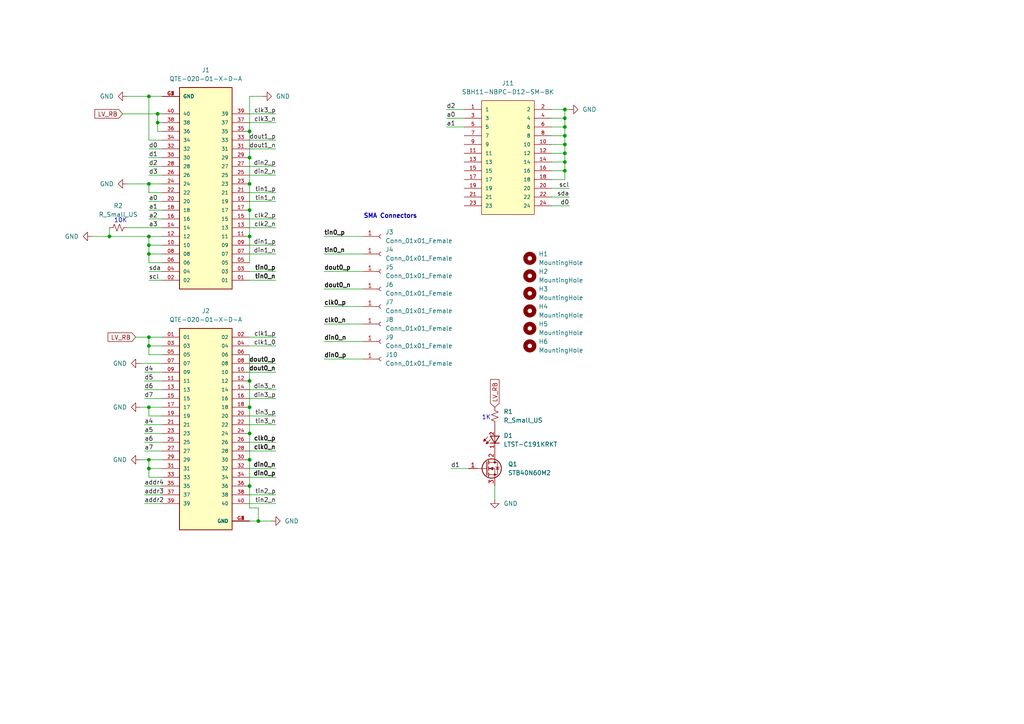
<source format=kicad_sch>
(kicad_sch (version 20211123) (generator eeschema)
  (paper "A4")
  (lib_symbols
    (symbol "Connector:Conn_01x01_Female" (pin_names (offset 1.016) hide)
      (property "Reference" "J" (at 0 2.54 0))
      (property "Value" "Conn_01x01_Female" (at 0 -2.54 0))
      (symbol "Conn_01x01_Female_1_1"
        (polyline (pts (xy -1.27 0) (xy -0.508 0)) (stroke (width 0.1524)))
        (arc (start 0 0.508) (mid -0.508 0) (end 0 -0.508) (stroke (width 0.1524)))
        (pin passive line (at -5.08 0 0) (length 3.81) (name "Pin_1") (number "1"))
      )
    )
    (symbol "Device:R_Small_US" (pin_numbers hide) (pin_names (offset 0.254) hide)
      (property "Reference" "R" (at 0.762 0.508 0))
      (property "Value" "R_Small_US" (at 0.762 -1.016 0))
      (symbol "R_Small_US_1_1"
        (polyline (pts (xy 0 0) (xy 1.016 -0.381) (xy 0 -0.762) (xy -1.016 -1.143) (xy 0 -1.524)))
        (polyline (pts (xy 0 1.524) (xy 1.016 1.143) (xy 0 0.762) (xy -1.016 0.381) (xy 0 0)))
        (pin passive line (at 0 2.54 270) (length 1.016) (name "~") (number "1"))
        (pin passive line (at 0 -2.54 90) (length 1.016) (name "~") (number "2"))
      )
    )
    (symbol "LTST-C191KRKT:LTST-C191KRKT" (pin_names (offset 1.016))
      (property "Reference" "D" (at 2.5441 2.5441 0))
      (property "Value" "LTST-C191KRKT" (at 2.541 0 0))
      (symbol "LTST-C191KRKT_0_0"
        (polyline (pts (xy -2.032 1.524) (xy -2.921 0.635)) (stroke (width 0.1524)))
        (polyline (pts (xy -1.27 0.762) (xy -2.159 -0.127)) (stroke (width 0.1524)))
        (polyline (pts (xy 0 -0.254) (xy -1.27 -0.254)) (stroke (width 0.254)))
        (polyline (pts (xy 0 -0.254) (xy -1.27 1.778)) (stroke (width 0.254)))
        (polyline (pts (xy 1.27 -0.254) (xy 0 -0.254)) (stroke (width 0.254)))
        (polyline (pts (xy 1.27 1.778) (xy -1.27 1.778)) (stroke (width 0.254)))
        (polyline (pts (xy 1.27 1.778) (xy 0 -0.254)) (stroke (width 0.254)))
        (polyline (pts (xy -3.048 1.016) (xy -3.302 0.254) (xy -2.54 0.508) (xy -3.048 1.016)) (stroke (width 0.1524)) (fill (type outline)))
        (polyline (pts (xy -2.286 0.254) (xy -2.54 -0.508) (xy -1.778 -0.254) (xy -2.286 0.254)) (stroke (width 0.1524)) (fill (type outline)))
        (pin passive line (at 0 -2.54 90) (length 2.54) (name "~") (number "1"))
        (pin passive line (at 0 5.08 270) (length 5.08) (name "~") (number "2"))
      )
    )
    (symbol "Mechanical:MountingHole" (pin_names (offset 1.016))
      (property "Reference" "H" (at 0 5.08 0))
      (property "Value" "MountingHole" (at 0 3.175 0))
      (symbol "MountingHole_0_1"
        (circle (center 0 0) (radius 1.27) (stroke (width 1.27)))
      )
    )
    (symbol "QTE-020-01-X-D-A:QTE-020-01-X-D-A" (pin_names (offset 1.016))
      (property "Reference" "J" (at -7.62 28.702 0))
      (property "Value" "QTE-020-01-X-D-A" (at -7.62 -31.242 0))
      (symbol "QTE-020-01-X-D-A_0_0"
        (rectangle (start -7.62 -30.48) (end 7.62 27.94) (stroke (width 0.254)) (fill (type background)))
        (pin passive line (at -12.7 25.4 0) (length 5.08) (name "01") (number "01"))
        (pin passive line (at 12.7 25.4 180) (length 5.08) (name "02") (number "02"))
        (pin passive line (at -12.7 22.86 0) (length 5.08) (name "03") (number "03"))
        (pin passive line (at 12.7 22.86 180) (length 5.08) (name "04") (number "04"))
        (pin passive line (at -12.7 20.32 0) (length 5.08) (name "05") (number "05"))
        (pin passive line (at 12.7 20.32 180) (length 5.08) (name "06") (number "06"))
        (pin passive line (at -12.7 17.78 0) (length 5.08) (name "07") (number "07"))
        (pin passive line (at 12.7 17.78 180) (length 5.08) (name "08") (number "08"))
        (pin passive line (at -12.7 15.24 0) (length 5.08) (name "09") (number "09"))
        (pin passive line (at 12.7 15.24 180) (length 5.08) (name "10") (number "10"))
        (pin passive line (at -12.7 12.7 0) (length 5.08) (name "11") (number "11"))
        (pin passive line (at 12.7 12.7 180) (length 5.08) (name "12") (number "12"))
        (pin passive line (at -12.7 10.16 0) (length 5.08) (name "13") (number "13"))
        (pin passive line (at 12.7 10.16 180) (length 5.08) (name "14") (number "14"))
        (pin passive line (at -12.7 7.62 0) (length 5.08) (name "15") (number "15"))
        (pin passive line (at 12.7 7.62 180) (length 5.08) (name "16") (number "16"))
        (pin passive line (at -12.7 5.08 0) (length 5.08) (name "17") (number "17"))
        (pin passive line (at 12.7 5.08 180) (length 5.08) (name "18") (number "18"))
        (pin passive line (at -12.7 2.54 0) (length 5.08) (name "19") (number "19"))
        (pin passive line (at 12.7 2.54 180) (length 5.08) (name "20") (number "20"))
        (pin passive line (at -12.7 0 0) (length 5.08) (name "21") (number "21"))
        (pin passive line (at 12.7 0 180) (length 5.08) (name "22") (number "22"))
        (pin passive line (at -12.7 -2.54 0) (length 5.08) (name "23") (number "23"))
        (pin passive line (at 12.7 -2.54 180) (length 5.08) (name "24") (number "24"))
        (pin passive line (at -12.7 -5.08 0) (length 5.08) (name "25") (number "25"))
        (pin passive line (at 12.7 -5.08 180) (length 5.08) (name "26") (number "26"))
        (pin passive line (at -12.7 -7.62 0) (length 5.08) (name "27") (number "27"))
        (pin passive line (at 12.7 -7.62 180) (length 5.08) (name "28") (number "28"))
        (pin passive line (at -12.7 -10.16 0) (length 5.08) (name "29") (number "29"))
        (pin passive line (at 12.7 -10.16 180) (length 5.08) (name "30") (number "30"))
        (pin passive line (at -12.7 -12.7 0) (length 5.08) (name "31") (number "31"))
        (pin passive line (at 12.7 -12.7 180) (length 5.08) (name "32") (number "32"))
        (pin passive line (at -12.7 -15.24 0) (length 5.08) (name "33") (number "33"))
        (pin passive line (at 12.7 -15.24 180) (length 5.08) (name "34") (number "34"))
        (pin passive line (at -12.7 -17.78 0) (length 5.08) (name "35") (number "35"))
        (pin passive line (at 12.7 -17.78 180) (length 5.08) (name "36") (number "36"))
        (pin passive line (at -12.7 -20.32 0) (length 5.08) (name "37") (number "37"))
        (pin passive line (at 12.7 -20.32 180) (length 5.08) (name "38") (number "38"))
        (pin passive line (at -12.7 -22.86 0) (length 5.08) (name "39") (number "39"))
        (pin passive line (at 12.7 -22.86 180) (length 5.08) (name "40") (number "40"))
        (pin power_in line (at 12.7 -27.94 180) (length 5.08) (name "GND") (number "G1"))
        (pin power_in line (at 12.7 -27.94 180) (length 5.08) (name "GND") (number "G2"))
        (pin power_in line (at 12.7 -27.94 180) (length 5.08) (name "GND") (number "G3"))
        (pin power_in line (at 12.7 -27.94 180) (length 5.08) (name "GND") (number "G4"))
      )
    )
    (symbol "SBH11-NBPC-D12-SM-BK:SBH11-NBPC-D12-SM-BK" (pin_names (offset 1.016))
      (property "Reference" "J" (at -7.3776 18.5712 0))
      (property "Value" "SBH11-NBPC-D12-SM-BK" (at -7.6269 -17.7961 0))
      (symbol "SBH11-NBPC-D12-SM-BK_0_0"
        (rectangle (start -7.62 -15.24) (end 7.62 17.78) (stroke (width 0.1524)) (fill (type background)))
        (pin passive line (at -12.7 15.24 0) (length 5.08) (name "1") (number "1"))
        (pin passive line (at 12.7 5.08 180) (length 5.08) (name "10") (number "10"))
        (pin passive line (at -12.7 2.54 0) (length 5.08) (name "11") (number "11"))
        (pin passive line (at 12.7 2.54 180) (length 5.08) (name "12") (number "12"))
        (pin passive line (at -12.7 0 0) (length 5.08) (name "13") (number "13"))
        (pin passive line (at 12.7 0 180) (length 5.08) (name "14") (number "14"))
        (pin passive line (at -12.7 -2.54 0) (length 5.08) (name "15") (number "15"))
        (pin passive line (at 12.7 -2.54 180) (length 5.08) (name "16") (number "16"))
        (pin passive line (at -12.7 -5.08 0) (length 5.08) (name "17") (number "17"))
        (pin passive line (at 12.7 -5.08 180) (length 5.08) (name "18") (number "18"))
        (pin passive line (at -12.7 -7.62 0) (length 5.08) (name "19") (number "19"))
        (pin passive line (at 12.7 15.24 180) (length 5.08) (name "2") (number "2"))
        (pin passive line (at 12.7 -7.62 180) (length 5.08) (name "20") (number "20"))
        (pin passive line (at -12.7 -10.16 0) (length 5.08) (name "21") (number "21"))
        (pin passive line (at 12.7 -10.16 180) (length 5.08) (name "22") (number "22"))
        (pin passive line (at -12.7 -12.7 0) (length 5.08) (name "23") (number "23"))
        (pin passive line (at 12.7 -12.7 180) (length 5.08) (name "24") (number "24"))
        (pin passive line (at -12.7 12.7 0) (length 5.08) (name "3") (number "3"))
        (pin passive line (at 12.7 12.7 180) (length 5.08) (name "4") (number "4"))
        (pin passive line (at -12.7 10.16 0) (length 5.08) (name "5") (number "5"))
        (pin passive line (at 12.7 10.16 180) (length 5.08) (name "6") (number "6"))
        (pin passive line (at -12.7 7.62 0) (length 5.08) (name "7") (number "7"))
        (pin passive line (at 12.7 7.62 180) (length 5.08) (name "8") (number "8"))
        (pin passive line (at -12.7 5.08 0) (length 5.08) (name "9") (number "9"))
      )
    )
    (symbol "Transistor_FET:STB40N60M2" (pin_names hide)
      (property "Reference" "Q" (at 5.08 1.905 0))
      (property "Value" "STB40N60M2" (at 5.08 0 0))
      (symbol "STB40N60M2_0_1"
        (polyline (pts (xy 0.254 0) (xy -2.54 0)))
        (polyline (pts (xy 0.254 1.905) (xy 0.254 -1.905)) (stroke (width 0.254)))
        (polyline (pts (xy 0.762 -1.27) (xy 0.762 -2.286)) (stroke (width 0.254)))
        (polyline (pts (xy 0.762 0.508) (xy 0.762 -0.508)) (stroke (width 0.254)))
        (polyline (pts (xy 0.762 2.286) (xy 0.762 1.27)) (stroke (width 0.254)))
        (polyline (pts (xy 2.54 2.54) (xy 2.54 1.778)))
        (polyline (pts (xy 2.54 -2.54) (xy 2.54 0) (xy 0.762 0)))
        (polyline (pts (xy 0.762 -1.778) (xy 3.302 -1.778) (xy 3.302 1.778) (xy 0.762 1.778)))
        (polyline (pts (xy 1.016 0) (xy 2.032 0.381) (xy 2.032 -0.381) (xy 1.016 0)) (fill (type outline)))
        (polyline (pts (xy 2.794 0.508) (xy 2.921 0.381) (xy 3.683 0.381) (xy 3.81 0.254)))
        (polyline (pts (xy 3.302 0.381) (xy 2.921 -0.254) (xy 3.683 -0.254) (xy 3.302 0.381)))
        (circle (center 1.651 0) (radius 2.794) (stroke (width 0.254)))
        (circle (center 2.54 -1.778) (radius 0.254) (fill (type outline)))
        (circle (center 2.54 1.778) (radius 0.254) (fill (type outline)))
      )
      (symbol "STB40N60M2_1_1"
        (pin passive line (at -5.08 0 0) (length 2.54) (name "G") (number "1"))
        (pin passive line (at 2.54 5.08 270) (length 2.54) (name "D") (number "2"))
        (pin passive line (at 2.54 -5.08 90) (length 2.54) (name "S") (number "3"))
      )
    )
    (symbol "power:GND" (power) (pin_names (offset 0))
      (property "Value" "GND" (at 0 -3.81 0))
      (symbol "GND_0_1"
        (polyline (pts (xy 0 0) (xy 0 -1.27) (xy 1.27 -1.27) (xy 0 -2.54) (xy -1.27 -1.27) (xy 0 -1.27)))
      )
      (symbol "GND_1_1"
        (pin power_in line (at 0 0 270) (length 0) hide (name "GND") (number "1"))
      )
    )
  )
  (junction (at 72.39 140.97))
  (junction (at 72.39 133.35))
  (junction (at 163.83 31.75))
  (junction (at 45.72 35.56))
  (junction (at 43.18 53.34))
  (junction (at 43.18 68.58))
  (junction (at 72.39 53.34))
  (junction (at 72.39 38.1))
  (junction (at 43.18 118.11))
  (junction (at 72.39 125.73))
  (junction (at 163.83 44.45))
  (junction (at 31.75 68.58))
  (junction (at 43.18 71.12))
  (junction (at 43.18 133.35))
  (junction (at 163.83 46.99))
  (junction (at 163.83 41.91))
  (junction (at 43.18 135.89))
  (junction (at 163.83 36.83))
  (junction (at 43.18 100.33))
  (junction (at 43.18 73.66))
  (junction (at 43.18 27.94))
  (junction (at 45.72 33.02))
  (junction (at 72.39 45.72))
  (junction (at 72.39 60.96))
  (junction (at 163.83 49.53))
  (junction (at 72.39 110.49))
  (junction (at 43.18 97.79))
  (junction (at 163.83 39.37))
  (junction (at 74.93 151.13))
  (junction (at 72.39 118.11))
  (junction (at 163.83 34.29))
  (junction (at 72.39 68.58))
  (wire (pts (xy 160.02 39.37) (xy 163.83 39.37)))
  (wire (pts (xy 80.01 113.03) (xy 72.39 113.03)))
  (wire (pts (xy 46.99 135.89) (xy 43.18 135.89)))
  (wire (pts (xy 43.18 100.33) (xy 43.18 102.87)))
  (wire (pts (xy 43.18 76.2) (xy 46.99 76.2)))
  (wire (pts (xy 31.75 68.58) (xy 43.18 68.58)))
  (wire (pts (xy 41.91 110.49) (xy 46.99 110.49)))
  (wire (pts (xy 46.99 40.64) (xy 43.18 40.64)))
  (wire (pts (xy 165.1 59.69) (xy 160.02 59.69)))
  (wire (pts (xy 80.01 120.65) (xy 72.39 120.65)))
  (wire (pts (xy 43.18 133.35) (xy 46.99 133.35)))
  (wire (pts (xy 43.18 53.34) (xy 46.99 53.34)))
  (wire (pts (xy 93.98 99.06) (xy 105.41 99.06)))
  (wire (pts (xy 80.01 146.05) (xy 72.39 146.05)))
  (wire (pts (xy 43.18 40.64) (xy 43.18 27.94)))
  (wire (pts (xy 80.01 97.79) (xy 72.39 97.79)))
  (wire (pts (xy 160.02 36.83) (xy 163.83 36.83)))
  (wire (pts (xy 93.98 78.74) (xy 105.41 78.74)))
  (wire (pts (xy 72.39 130.81) (xy 80.01 130.81)))
  (wire (pts (xy 72.39 68.58) (xy 72.39 76.2)))
  (wire (pts (xy 80.01 100.33) (xy 72.39 100.33)))
  (wire (pts (xy 93.98 73.66) (xy 105.41 73.66)))
  (wire (pts (xy 72.39 128.27) (xy 80.01 128.27)))
  (wire (pts (xy 45.72 33.02) (xy 46.99 33.02)))
  (wire (pts (xy 72.39 60.96) (xy 72.39 68.58)))
  (wire (pts (xy 93.98 68.58) (xy 105.41 68.58)))
  (wire (pts (xy 160.02 41.91) (xy 163.83 41.91)))
  (wire (pts (xy 43.18 71.12) (xy 43.18 73.66)))
  (wire (pts (xy 43.18 97.79) (xy 43.18 100.33)))
  (wire (pts (xy 43.18 120.65) (xy 46.99 120.65)))
  (wire (pts (xy 43.18 71.12) (xy 46.99 71.12)))
  (wire (pts (xy 36.83 27.94) (xy 43.18 27.94)))
  (wire (pts (xy 163.83 41.91) (xy 163.83 39.37)))
  (wire (pts (xy 129.54 34.29) (xy 134.62 34.29)))
  (wire (pts (xy 36.83 66.04) (xy 46.99 66.04)))
  (wire (pts (xy 163.83 31.75) (xy 165.1 31.75)))
  (wire (pts (xy 160.02 34.29) (xy 163.83 34.29)))
  (wire (pts (xy 43.18 63.5) (xy 46.99 63.5)))
  (wire (pts (xy 160.02 52.07) (xy 163.83 52.07)))
  (wire (pts (xy 43.18 118.11) (xy 46.99 118.11)))
  (wire (pts (xy 80.01 105.41) (xy 72.39 105.41)))
  (wire (pts (xy 72.39 53.34) (xy 72.39 60.96)))
  (wire (pts (xy 43.18 60.96) (xy 46.99 60.96)))
  (wire (pts (xy 41.91 125.73) (xy 46.99 125.73)))
  (wire (pts (xy 165.1 54.61) (xy 160.02 54.61)))
  (wire (pts (xy 80.01 58.42) (xy 72.39 58.42)))
  (wire (pts (xy 80.01 81.28) (xy 72.39 81.28)))
  (wire (pts (xy 43.18 58.42) (xy 46.99 58.42)))
  (wire (pts (xy 72.39 125.73) (xy 72.39 133.35)))
  (wire (pts (xy 72.39 110.49) (xy 72.39 118.11)))
  (wire (pts (xy 80.01 63.5) (xy 72.39 63.5)))
  (wire (pts (xy 93.98 88.9) (xy 105.41 88.9)))
  (wire (pts (xy 41.91 123.19) (xy 46.99 123.19)))
  (wire (pts (xy 160.02 49.53) (xy 163.83 49.53)))
  (wire (pts (xy 41.91 115.57) (xy 46.99 115.57)))
  (wire (pts (xy 43.18 73.66) (xy 46.99 73.66)))
  (wire (pts (xy 72.39 118.11) (xy 72.39 125.73)))
  (wire (pts (xy 43.18 68.58) (xy 46.99 68.58)))
  (wire (pts (xy 43.18 81.28) (xy 46.99 81.28)))
  (wire (pts (xy 41.91 107.95) (xy 46.99 107.95)))
  (wire (pts (xy 72.39 38.1) (xy 72.39 45.72)))
  (wire (pts (xy 72.39 27.94) (xy 76.2 27.94)))
  (wire (pts (xy 35.56 33.02) (xy 45.72 33.02)))
  (wire (pts (xy 41.91 140.97) (xy 46.99 140.97)))
  (wire (pts (xy 93.98 93.98) (xy 105.41 93.98)))
  (wire (pts (xy 36.83 53.34) (xy 43.18 53.34)))
  (wire (pts (xy 43.18 68.58) (xy 43.18 71.12)))
  (wire (pts (xy 80.01 48.26) (xy 72.39 48.26)))
  (wire (pts (xy 80.01 135.89) (xy 72.39 135.89)))
  (wire (pts (xy 45.72 35.56) (xy 45.72 38.1)))
  (wire (pts (xy 80.01 107.95) (xy 72.39 107.95)))
  (wire (pts (xy 43.18 73.66) (xy 43.18 76.2)))
  (wire (pts (xy 43.18 138.43) (xy 46.99 138.43)))
  (wire (pts (xy 80.01 123.19) (xy 72.39 123.19)))
  (wire (pts (xy 130.81 135.89) (xy 135.89 135.89)))
  (wire (pts (xy 163.83 36.83) (xy 163.83 34.29)))
  (wire (pts (xy 43.18 118.11) (xy 43.18 120.65)))
  (wire (pts (xy 46.99 100.33) (xy 43.18 100.33)))
  (wire (pts (xy 41.91 130.81) (xy 46.99 130.81)))
  (wire (pts (xy 41.91 113.03) (xy 46.99 113.03)))
  (wire (pts (xy 163.83 34.29) (xy 163.83 31.75)))
  (wire (pts (xy 72.39 27.94) (xy 72.39 38.1)))
  (wire (pts (xy 80.01 55.88) (xy 72.39 55.88)))
  (wire (pts (xy 43.18 55.88) (xy 46.99 55.88)))
  (wire (pts (xy 163.83 52.07) (xy 163.83 49.53)))
  (wire (pts (xy 163.83 49.53) (xy 163.83 46.99)))
  (wire (pts (xy 72.39 102.87) (xy 72.39 110.49)))
  (wire (pts (xy 80.01 73.66) (xy 72.39 73.66)))
  (wire (pts (xy 80.01 50.8) (xy 72.39 50.8)))
  (wire (pts (xy 43.18 43.18) (xy 46.99 43.18)))
  (wire (pts (xy 72.39 151.13) (xy 74.93 151.13)))
  (wire (pts (xy 40.64 105.41) (xy 46.99 105.41)))
  (wire (pts (xy 39.37 97.79) (xy 43.18 97.79)))
  (wire (pts (xy 45.72 33.02) (xy 45.72 35.56)))
  (wire (pts (xy 163.83 44.45) (xy 163.83 41.91)))
  (wire (pts (xy 43.18 48.26) (xy 46.99 48.26)))
  (wire (pts (xy 93.98 83.82) (xy 105.41 83.82)))
  (wire (pts (xy 43.18 135.89) (xy 43.18 138.43)))
  (wire (pts (xy 80.01 71.12) (xy 72.39 71.12)))
  (wire (pts (xy 80.01 43.18) (xy 72.39 43.18)))
  (wire (pts (xy 43.18 53.34) (xy 43.18 55.88)))
  (wire (pts (xy 165.1 57.15) (xy 160.02 57.15)))
  (wire (pts (xy 43.18 97.79) (xy 46.99 97.79)))
  (wire (pts (xy 43.18 50.8) (xy 46.99 50.8)))
  (wire (pts (xy 45.72 38.1) (xy 46.99 38.1)))
  (wire (pts (xy 72.39 45.72) (xy 72.39 53.34)))
  (wire (pts (xy 129.54 31.75) (xy 134.62 31.75)))
  (wire (pts (xy 80.01 78.74) (xy 72.39 78.74)))
  (wire (pts (xy 93.98 104.14) (xy 105.41 104.14)))
  (wire (pts (xy 41.91 128.27) (xy 46.99 128.27)))
  (wire (pts (xy 43.18 27.94) (xy 46.99 27.94)))
  (wire (pts (xy 41.91 143.51) (xy 46.99 143.51)))
  (wire (pts (xy 80.01 115.57) (xy 72.39 115.57)))
  (wire (pts (xy 45.72 35.56) (xy 46.99 35.56)))
  (wire (pts (xy 74.93 151.13) (xy 78.74 151.13)))
  (wire (pts (xy 143.51 144.78) (xy 143.51 140.97)))
  (wire (pts (xy 160.02 46.99) (xy 163.83 46.99)))
  (wire (pts (xy 74.93 151.13) (xy 74.93 147.32)))
  (wire (pts (xy 80.01 35.56) (xy 72.39 35.56)))
  (wire (pts (xy 31.75 66.04) (xy 31.75 68.58)))
  (wire (pts (xy 80.01 33.02) (xy 72.39 33.02)))
  (wire (pts (xy 129.54 36.83) (xy 134.62 36.83)))
  (wire (pts (xy 80.01 66.04) (xy 72.39 66.04)))
  (wire (pts (xy 80.01 138.43) (xy 72.39 138.43)))
  (wire (pts (xy 72.39 133.35) (xy 72.39 140.97)))
  (wire (pts (xy 74.93 147.32) (xy 72.39 147.32)))
  (wire (pts (xy 41.91 146.05) (xy 46.99 146.05)))
  (wire (pts (xy 163.83 46.99) (xy 163.83 44.45)))
  (wire (pts (xy 80.01 40.64) (xy 72.39 40.64)))
  (wire (pts (xy 40.64 133.35) (xy 43.18 133.35)))
  (wire (pts (xy 160.02 44.45) (xy 163.83 44.45)))
  (wire (pts (xy 72.39 140.97) (xy 72.39 147.32)))
  (wire (pts (xy 160.02 31.75) (xy 163.83 31.75)))
  (wire (pts (xy 40.64 118.11) (xy 43.18 118.11)))
  (wire (pts (xy 26.67 68.58) (xy 31.75 68.58)))
  (wire (pts (xy 43.18 133.35) (xy 43.18 135.89)))
  (wire (pts (xy 80.01 143.51) (xy 72.39 143.51)))
  (wire (pts (xy 163.83 39.37) (xy 163.83 36.83)))
  (wire (pts (xy 43.18 45.72) (xy 46.99 45.72)))
  (wire (pts (xy 46.99 102.87) (xy 43.18 102.87)))
  (wire (pts (xy 43.18 78.74) (xy 46.99 78.74)))
  (text "SMA Connectors" (at 105.41 63.5 0) (effects (font (size 1.27 1.27) bold) (justify left bottom)))
  (text "1K" (at 139.7 121.92 0) (effects (font (size 1.27 1.27)) (justify left bottom)))
  (text "10K" (at 33.02 64.77 0) (effects (font (size 1.27 1.27)) (justify left bottom)))
  (label "clk1_p" (at 80.01 97.79 180))
  (label "tin3_n" (at 80.01 123.19 180))
  (label "addr3" (at 41.91 143.51 0))
  (label "d0" (at 43.18 43.18 0))
  (label "dout0_p" (at 93.98 78.74 0) (effects (font (thickness 0.254) bold)))
  (label "a3" (at 43.18 66.04 0))
  (label "clk0_n" (at 93.98 93.98 0) (effects (font (thickness 0.254) bold)))
  (label "d1" (at 130.81 135.89 0))
  (label "clk0_p" (at 93.98 88.9 0) (effects (font (thickness 0.254) bold)))
  (label "clk1_0" (at 80.01 100.33 180))
  (label "d1" (at 43.18 45.72 0))
  (label "clk0_n" (at 80.01 130.81 180) (effects (font (thickness 0.254) bold)))
  (label "din0_p" (at 93.98 104.14 0) (effects (font (thickness 0.254) bold)))
  (label "d6" (at 41.91 113.03 0))
  (label "d4" (at 41.91 107.95 0))
  (label "din0_n" (at 93.98 99.06 0) (effects (font (thickness 0.254) bold)))
  (label "clk0_p" (at 80.01 128.27 180) (effects (font (thickness 0.254) bold)))
  (label "a6" (at 41.91 128.27 0))
  (label "clk2_n" (at 80.01 66.04 180))
  (label "a0" (at 129.54 34.29 0))
  (label "din1_p" (at 80.01 71.12 180))
  (label "tin2_n" (at 80.01 146.05 180))
  (label "clk3_n" (at 80.01 35.56 180))
  (label "scl" (at 165.1 54.61 180))
  (label "din2_n" (at 80.01 50.8 180))
  (label "tin0_n" (at 93.98 73.66 0) (effects (font (thickness 0.254) bold)))
  (label "d3" (at 43.18 50.8 0))
  (label "a1" (at 129.54 36.83 0))
  (label "tin2_p" (at 80.01 143.51 180))
  (label "dout1_p" (at 80.01 40.64 180))
  (label "tin1_p" (at 80.01 55.88 180))
  (label "dout0_p" (at 80.01 105.41 180) (effects (font (thickness 0.254) bold)))
  (label "din0_n" (at 80.01 135.89 180) (effects (font (thickness 0.254) bold)))
  (label "addr2" (at 41.91 146.05 0))
  (label "addr4" (at 41.91 140.97 0))
  (label "dout1_n" (at 80.01 43.18 180))
  (label "a5" (at 41.91 125.73 0))
  (label "clk2_p" (at 80.01 63.5 180))
  (label "d2" (at 129.54 31.75 0))
  (label "din1_n" (at 80.01 73.66 180))
  (label "sda" (at 43.18 78.74 0))
  (label "tin0_p" (at 93.98 68.58 0) (effects (font (thickness 0.254) bold)))
  (label "a4" (at 41.91 123.19 0))
  (label "a1" (at 43.18 60.96 0))
  (label "dout0_n" (at 93.98 83.82 0) (effects (font (thickness 0.254) bold)))
  (label "a0" (at 43.18 58.42 0))
  (label "tin3_p" (at 80.01 120.65 180))
  (label "d5" (at 41.91 110.49 0))
  (label "tin0_n" (at 80.01 81.28 180) (effects (font (thickness 0.254) bold)))
  (label "din3_n" (at 80.01 113.03 180))
  (label "a7" (at 41.91 130.81 0))
  (label "tin0_p" (at 80.01 78.74 180) (effects (font (thickness 0.254) bold)))
  (label "d7" (at 41.91 115.57 0))
  (label "sda" (at 165.1 57.15 180))
  (label "a2" (at 43.18 63.5 0))
  (label "din0_p" (at 80.01 138.43 180) (effects (font (thickness 0.254) bold)))
  (label "d2" (at 43.18 48.26 0))
  (label "din3_p" (at 80.01 115.57 180))
  (label "dout0_n" (at 80.01 107.95 180) (effects (font (thickness 0.254) bold)))
  (label "clk3_p" (at 80.01 33.02 180))
  (label "din2_p" (at 80.01 48.26 180))
  (label "d0" (at 165.1 59.69 180))
  (label "tin1_n" (at 80.01 58.42 180))
  (label "scl" (at 43.18 81.28 0))
  (global_label "LV_RB" (shape input) (at 39.37 97.79 180) (property "Intersheet References" "${INTERSHEET_REFS}" (effects hide)))
  (global_label "LV_RB" (shape input) (at 143.51 118.11 90) (property "Intersheet References" "${INTERSHEET_REFS}" (effects hide)))
  (global_label "LV_RB" (shape input) (at 35.56 33.02 180) (property "Intersheet References" "${INTERSHEET_REFS}" (effects hide)))
  (symbol (lib_id "power:GND") (at 40.64 118.11 270) (unit 1)
    (property "Reference" "#PWR0105" (effects hide))
    (property "Value" "GND" (at 36.83 118.1099 90) (effects (justify right)))
  )
  (symbol (lib_id "Connector:Conn_01x01_Female") (at 110.49 83.82 0) (unit 1)
    (property "Reference" "J6" (at 111.76 82.5499 0) (effects (justify left)))
    (property "Value" "Conn_01x01_Female" (at 111.76 85.0899 0) (effects (justify left)))
    (property "Footprint" "Connector_Coaxial:SMA_Amphenol_901-143_Horizontal" (effects hide))
  )
  (symbol (lib_id "LTST-C191KRKT:LTST-C191KRKT") (at 143.51 128.27 0) (unit 1)
    (property "Reference" "D1" (at 146.05 126.3395 0) (effects (justify left)))
    (property "Value" "LTST-C191KRKT" (at 146.05 128.8795 0) (effects (justify left)))
    (property "Footprint" "LTST-C191KRKT:0603" (effects hide))
  )
  (symbol (lib_id "Connector:Conn_01x01_Female") (at 110.49 99.06 0) (unit 1)
    (property "Reference" "J9" (at 111.76 97.7899 0) (effects (justify left)))
    (property "Value" "Conn_01x01_Female" (at 111.76 100.3299 0) (effects (justify left)))
    (property "Footprint" "Connector_Coaxial:SMA_Amphenol_901-143_Horizontal" (effects hide))
  )
  (symbol (lib_id "power:GND") (at 26.67 68.58 270) (unit 1)
    (property "Reference" "#PWR0101" (effects hide))
    (property "Value" "GND" (at 22.86 68.5799 90) (effects (justify right)))
  )
  (symbol (lib_id "power:GND") (at 143.51 144.78 0) (unit 1)
    (property "Reference" "#PWR0110" (effects hide))
    (property "Value" "GND" (at 146.05 146.0499 0) (effects (justify left)))
  )
  (symbol (lib_id "power:GND") (at 36.83 27.94 270) (unit 1)
    (property "Reference" "#PWR0103" (effects hide))
    (property "Value" "GND" (at 33.02 27.9399 90) (effects (justify right)))
  )
  (symbol (lib_id "Mechanical:MountingHole") (at 153.67 100.33 0) (unit 1)
    (property "Reference" "H6" (at 156.21 99.0599 0) (effects (justify left)))
    (property "Value" "MountingHole" (at 156.21 101.5999 0) (effects (justify left)))
    (property "Footprint" "MountingHole:MountingHole_2.5mm" (effects hide))
  )
  (symbol (lib_id "power:GND") (at 76.2 27.94 90) (unit 1)
    (property "Reference" "#PWR0106" (effects hide))
    (property "Value" "GND" (at 80.01 27.9399 90) (effects (justify right)))
  )
  (symbol (lib_id "power:GND") (at 78.74 151.13 90) (unit 1)
    (property "Reference" "#PWR0107" (effects hide))
    (property "Value" "GND" (at 82.55 151.1299 90) (effects (justify right)))
  )
  (symbol (lib_id "Connector:Conn_01x01_Female") (at 110.49 73.66 0) (unit 1)
    (property "Reference" "J4" (at 111.76 72.3899 0) (effects (justify left)))
    (property "Value" "Conn_01x01_Female" (at 111.76 74.9299 0) (effects (justify left)))
    (property "Footprint" "Connector_Coaxial:SMA_Amphenol_901-143_Horizontal" (effects hide))
  )
  (symbol (lib_id "Connector:Conn_01x01_Female") (at 110.49 93.98 0) (unit 1)
    (property "Reference" "J8" (at 111.76 92.7099 0) (effects (justify left)))
    (property "Value" "Conn_01x01_Female" (at 111.76 95.2499 0) (effects (justify left)))
    (property "Footprint" "Connector_Coaxial:SMA_Amphenol_901-143_Horizontal" (effects hide))
  )
  (symbol (lib_id "QTE-020-01-X-D-A:QTE-020-01-X-D-A") (at 59.69 55.88 180) (unit 1)
    (property "Reference" "J1" (at 59.69 20.32 0))
    (property "Value" "QTE-020-01-X-D-A" (at 59.69 22.86 0))
    (property "Footprint" "QTE-020-01-X-D-A:SAMTEC_QTE-020-01-X-D-A" (effects hide))
    (property "STANDARD" "Manufacturer Recommendations" (effects hide))
    (property "MANUFACTURER" "Samtec" (effects hide))
    (property "PARTREV" "K" (effects hide))
    (property "MAXIMUM_PACKAGE_HEIGHT" "4.347 mm" (effects hide))
  )
  (symbol (lib_id "SBH11-NBPC-D12-SM-BK:SBH11-NBPC-D12-SM-BK") (at 147.32 46.99 0) (unit 1)
    (property "Reference" "J11" (at 147.32 24.13 0))
    (property "Value" "SBH11-NBPC-D12-SM-BK" (at 147.32 26.67 0))
    (property "Footprint" "SBH11-NBPC-D12-SM-BK:SULLINS_SBH11-NBPC-D12-SM-BK" (effects hide))
    (property "STANDARD" "Manufacturer Recommendation" (effects hide))
    (property "MANUFACTURER" "Sullins Connector Solutions" (effects hide))
    (property "PARTREV" "H" (effects hide))
  )
  (symbol (lib_id "Mechanical:MountingHole") (at 153.67 95.25 0) (unit 1)
    (property "Reference" "H5" (at 156.21 93.9799 0) (effects (justify left)))
    (property "Value" "MountingHole" (at 156.21 96.5199 0) (effects (justify left)))
    (property "Footprint" "MountingHole:MountingHole_2.5mm" (effects hide))
  )
  (symbol (lib_id "Mechanical:MountingHole") (at 153.67 80.01 0) (unit 1)
    (property "Reference" "H2" (at 156.21 78.7399 0) (effects (justify left)))
    (property "Value" "MountingHole" (at 156.21 81.2799 0) (effects (justify left)))
    (property "Footprint" "MountingHole:MountingHole_2.5mm" (effects hide))
  )
  (symbol (lib_id "Connector:Conn_01x01_Female") (at 110.49 88.9 0) (unit 1)
    (property "Reference" "J7" (at 111.76 87.6299 0) (effects (justify left)))
    (property "Value" "Conn_01x01_Female" (at 111.76 90.1699 0) (effects (justify left)))
    (property "Footprint" "Connector_Coaxial:SMA_Amphenol_901-143_Horizontal" (effects hide))
  )
  (symbol (lib_id "QTE-020-01-X-D-A:QTE-020-01-X-D-A") (at 59.69 123.19 0) (unit 1)
    (property "Reference" "J2" (at 59.69 90.17 0))
    (property "Value" "QTE-020-01-X-D-A" (at 59.69 92.71 0))
    (property "Footprint" "QTE-020-01-X-D-A:SAMTEC_QTE-020-01-X-D-A" (effects hide))
    (property "STANDARD" "Manufacturer Recommendations" (effects hide))
    (property "MANUFACTURER" "Samtec" (effects hide))
    (property "PARTREV" "K" (effects hide))
    (property "MAXIMUM_PACKAGE_HEIGHT" "4.347 mm" (effects hide))
  )
  (symbol (lib_id "power:GND") (at 36.83 53.34 270) (unit 1)
    (property "Reference" "#PWR0102" (effects hide))
    (property "Value" "GND" (at 33.02 53.3399 90) (effects (justify right)))
  )
  (symbol (lib_id "Connector:Conn_01x01_Female") (at 110.49 68.58 0) (unit 1)
    (property "Reference" "J3" (at 111.76 67.3099 0) (effects (justify left)))
    (property "Value" "Conn_01x01_Female" (at 111.76 69.8499 0) (effects (justify left)))
    (property "Footprint" "Connector_Coaxial:SMA_Amphenol_901-143_Horizontal" (effects hide))
  )
  (symbol (lib_id "Mechanical:MountingHole") (at 153.67 74.93 0) (unit 1)
    (property "Reference" "H1" (at 156.21 73.6599 0) (effects (justify left)))
    (property "Value" "MountingHole" (at 156.21 76.1999 0) (effects (justify left)))
    (property "Footprint" "MountingHole:MountingHole_2.5mm" (effects hide))
  )
  (symbol (lib_id "Device:R_Small_US") (at 34.29 66.04 90) (unit 1)
    (property "Reference" "R2" (at 34.29 59.69 90))
    (property "Value" "R_Small_US" (at 34.29 62.23 90))
    (property "Footprint" "Resistor_SMD:R_0603_1608Metric" (effects hide))
  )
  (symbol (lib_id "Connector:Conn_01x01_Female") (at 110.49 104.14 0) (unit 1)
    (property "Reference" "J10" (at 111.76 102.8699 0) (effects (justify left)))
    (property "Value" "Conn_01x01_Female" (at 111.76 105.4099 0) (effects (justify left)))
    (property "Footprint" "Connector_Coaxial:SMA_Amphenol_901-143_Horizontal" (effects hide))
  )
  (symbol (lib_id "Connector:Conn_01x01_Female") (at 110.49 78.74 0) (unit 1)
    (property "Reference" "J5" (at 111.76 77.4699 0) (effects (justify left)))
    (property "Value" "Conn_01x01_Female" (at 111.76 80.0099 0) (effects (justify left)))
    (property "Footprint" "Connector_Coaxial:SMA_Amphenol_901-143_Horizontal" (effects hide))
  )
  (symbol (lib_id "power:GND") (at 40.64 133.35 270) (unit 1)
    (property "Reference" "#PWR0104" (effects hide))
    (property "Value" "GND" (at 36.83 133.3499 90) (effects (justify right)))
  )
  (symbol (lib_id "Mechanical:MountingHole") (at 153.67 90.17 0) (unit 1)
    (property "Reference" "H4" (at 156.21 88.8999 0) (effects (justify left)))
    (property "Value" "MountingHole" (at 156.21 91.4399 0) (effects (justify left)))
    (property "Footprint" "MountingHole:MountingHole_2.5mm" (effects hide))
  )
  (symbol (lib_id "Transistor_FET:STB40N60M2") (at 140.97 135.89 0) (unit 1)
    (property "Reference" "Q1" (at 147.32 134.6199 0) (effects (justify left)))
    (property "Value" "STB40N60M2" (at 147.32 137.1599 0) (effects (justify left)))
    (property "Footprint" "TRANS_MMBT2907A:TRANS_MMBT2907A" (effects hide))
    (property "Datasheet" "https://www.st.com/resource/en/datasheet/stp40n60m2.pdf" (effects hide))
  )
  (symbol (lib_id "Device:R_Small_US") (at 143.51 120.65 0) (unit 1)
    (property "Reference" "R1" (at 146.05 119.3799 0) (effects (justify left)))
    (property "Value" "R_Small_US" (at 146.05 121.9199 0) (effects (justify left)))
    (property "Footprint" "Resistor_SMD:R_0603_1608Metric" (effects hide))
  )
  (symbol (lib_id "power:GND") (at 40.64 105.41 270) (unit 1)
    (property "Reference" "#PWR0108" (effects hide))
    (property "Value" "GND" (at 36.83 105.4099 90) (effects (justify right)))
  )
  (symbol (lib_id "power:GND") (at 165.1 31.75 90) (unit 1)
    (property "Reference" "#PWR0109" (effects hide))
    (property "Value" "GND" (at 168.91 31.7499 90) (effects (justify right)))
  )
  (symbol (lib_id "Mechanical:MountingHole") (at 153.67 85.09 0) (unit 1)
    (property "Reference" "H3" (at 156.21 83.8199 0) (effects (justify left)))
    (property "Value" "MountingHole" (at 156.21 86.3599 0) (effects (justify left)))
    (property "Footprint" "MountingHole:MountingHole_2.5mm" (effects hide))
  )
)
</source>
